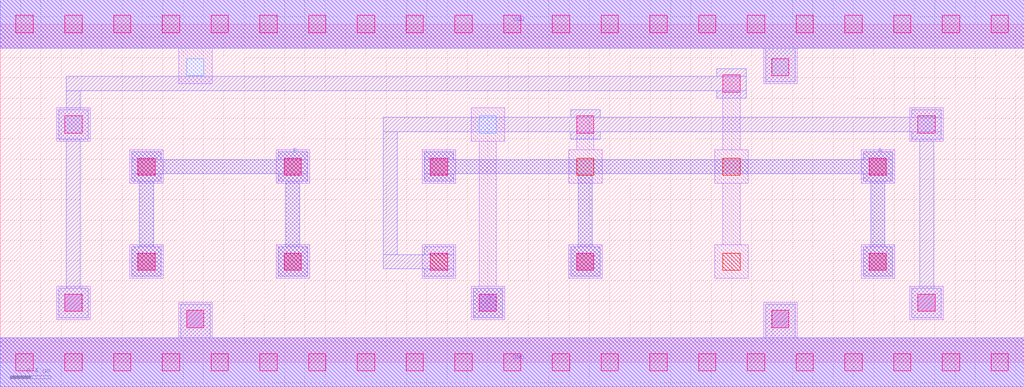
<source format=lef>
MACRO XNOR2X1
 CLASS CORE ;
 FOREIGN XNOR2X1 0 0 ;
 SIZE 10.08 BY 3.33 ;
 ORIGIN 0 0 ;
 SYMMETRY X Y R90 ;
 SITE unit ;
  PIN VDD
   DIRECTION INOUT ;
   USE POWER ;
   SHAPE ABUTMENT ;
    PORT
     CLASS CORE ;
       LAYER li1 ;
        RECT 0.00000000 3.09000000 10.08000000 3.57000000 ;
       LAYER met1 ;
        RECT 0.00000000 3.09000000 10.08000000 3.57000000 ;
    END
  END VDD

  PIN GND
   DIRECTION INOUT ;
   USE POWER ;
   SHAPE ABUTMENT ;
    PORT
     CLASS CORE ;
       LAYER li1 ;
        RECT 0.00000000 -0.24000000 10.08000000 0.24000000 ;
       LAYER met1 ;
        RECT 0.00000000 -0.24000000 10.08000000 0.24000000 ;
    END
  END GND

  PIN Y
   DIRECTION INOUT ;
   USE SIGNAL ;
   SHAPE ABUTMENT ;
    PORT
     CLASS CORE ;
       LAYER met1 ;
        RECT 4.65500000 0.44000000 4.94500000 0.73000000 ;
    END
  END Y

  PIN B
   DIRECTION INOUT ;
   USE SIGNAL ;
   SHAPE ABUTMENT ;
    PORT
     CLASS CORE ;
       LAYER met1 ;
        RECT 1.29500000 0.84500000 1.58500000 1.13500000 ;
        RECT 2.73500000 0.84500000 3.02500000 1.13500000 ;
        RECT 1.37000000 1.13500000 1.51000000 1.78000000 ;
        RECT 2.81000000 1.13500000 2.95000000 1.78000000 ;
        RECT 1.29500000 1.78000000 1.58500000 1.85500000 ;
        RECT 2.73500000 1.78000000 3.02500000 1.85500000 ;
        RECT 1.29500000 1.85500000 3.02500000 1.99500000 ;
        RECT 1.29500000 1.99500000 1.58500000 2.07000000 ;
        RECT 2.73500000 1.99500000 3.02500000 2.07000000 ;
    END
  END B

  PIN A
   DIRECTION INOUT ;
   USE SIGNAL ;
   SHAPE ABUTMENT ;
    PORT
     CLASS CORE ;
       LAYER met1 ;
        RECT 5.61500000 0.84500000 5.90500000 1.13500000 ;
        RECT 8.49500000 0.84500000 8.78500000 1.13500000 ;
        RECT 8.57000000 1.13500000 8.71000000 1.78000000 ;
        RECT 4.17500000 1.78000000 4.46500000 1.85500000 ;
        RECT 5.69000000 1.13500000 5.83000000 1.85500000 ;
        RECT 8.49500000 1.78000000 8.78500000 1.85500000 ;
        RECT 4.17500000 1.85500000 8.78500000 1.99500000 ;
        RECT 4.17500000 1.99500000 4.46500000 2.07000000 ;
        RECT 8.49500000 1.99500000 8.78500000 2.07000000 ;
    END
  END A

 OBS
    LAYER polycont ;
     RECT 1.35500000 0.90500000 1.52500000 1.07500000 ;
     RECT 2.79500000 0.90500000 2.96500000 1.07500000 ;
     RECT 4.23500000 0.90500000 4.40500000 1.07500000 ;
     RECT 5.67500000 0.90500000 5.84500000 1.07500000 ;
     RECT 7.11500000 0.90500000 7.28500000 1.07500000 ;
     RECT 8.55500000 0.90500000 8.72500000 1.07500000 ;
     RECT 1.35500000 1.84000000 1.52500000 2.01000000 ;
     RECT 2.79500000 1.84000000 2.96500000 2.01000000 ;
     RECT 4.23500000 1.84000000 4.40500000 2.01000000 ;
     RECT 5.67500000 1.84000000 5.84500000 2.01000000 ;
     RECT 7.11500000 1.84000000 7.28500000 2.01000000 ;
     RECT 8.55500000 1.84000000 8.72500000 2.01000000 ;

    LAYER pdiffc ;
     RECT 0.63500000 2.25500000 0.80500000 2.42500000 ;
     RECT 4.71500000 2.25500000 4.88500000 2.42500000 ;
     RECT 9.03500000 2.25500000 9.20500000 2.42500000 ;
     RECT 1.83500000 2.82000000 2.00500000 2.99000000 ;
     RECT 7.59500000 2.82000000 7.76500000 2.99000000 ;

    LAYER ndiffc ;
     RECT 1.83500000 0.34000000 2.00500000 0.51000000 ;
     RECT 7.59500000 0.34000000 7.76500000 0.51000000 ;
     RECT 0.63500000 0.50000000 0.80500000 0.67000000 ;
     RECT 4.71500000 0.50000000 4.88500000 0.67000000 ;
     RECT 9.03500000 0.50000000 9.20500000 0.67000000 ;

    LAYER li1 ;
     RECT 0.00000000 -0.24000000 10.08000000 0.24000000 ;
     RECT 1.75500000 0.24000000 2.08500000 0.59000000 ;
     RECT 7.51500000 0.24000000 7.84500000 0.59000000 ;
     RECT 0.55500000 0.42000000 0.88500000 0.75000000 ;
     RECT 8.95500000 0.42000000 9.28500000 0.75000000 ;
     RECT 1.27500000 0.82500000 1.60500000 1.15500000 ;
     RECT 2.71500000 0.82500000 3.04500000 1.15500000 ;
     RECT 4.15500000 0.82500000 4.48500000 1.15500000 ;
     RECT 5.59500000 0.82500000 5.92500000 1.15500000 ;
     RECT 8.47500000 0.82500000 8.80500000 1.15500000 ;
     RECT 1.27500000 1.76000000 1.60500000 2.09000000 ;
     RECT 2.71500000 1.76000000 3.04500000 2.09000000 ;
     RECT 4.15500000 1.76000000 4.48500000 2.09000000 ;
     RECT 8.47500000 1.76000000 8.80500000 2.09000000 ;
     RECT 5.59500000 1.76000000 5.92500000 2.09000000 ;
     RECT 5.67500000 2.09000000 5.84500000 2.42500000 ;
     RECT 0.55500000 2.17500000 0.88500000 2.50500000 ;
     RECT 4.63500000 0.42000000 4.96500000 0.75000000 ;
     RECT 4.71500000 0.75000000 4.88500000 2.17500000 ;
     RECT 4.63500000 2.17500000 4.96500000 2.50500000 ;
     RECT 8.95500000 2.17500000 9.28500000 2.50500000 ;
     RECT 7.03500000 0.82500000 7.36500000 1.15500000 ;
     RECT 7.11500000 1.15500000 7.28500000 1.76000000 ;
     RECT 7.03500000 1.76000000 7.36500000 2.09000000 ;
     RECT 7.11500000 2.09000000 7.28500000 2.83000000 ;
     RECT 1.75500000 2.74000000 2.08500000 3.09000000 ;
     RECT 7.51500000 2.74000000 7.84500000 3.09000000 ;
     RECT 0.00000000 3.09000000 10.08000000 3.57000000 ;

    LAYER viali ;
     RECT 0.15500000 -0.08500000 0.32500000 0.08500000 ;
     RECT 0.63500000 -0.08500000 0.80500000 0.08500000 ;
     RECT 1.11500000 -0.08500000 1.28500000 0.08500000 ;
     RECT 1.59500000 -0.08500000 1.76500000 0.08500000 ;
     RECT 2.07500000 -0.08500000 2.24500000 0.08500000 ;
     RECT 2.55500000 -0.08500000 2.72500000 0.08500000 ;
     RECT 3.03500000 -0.08500000 3.20500000 0.08500000 ;
     RECT 3.51500000 -0.08500000 3.68500000 0.08500000 ;
     RECT 3.99500000 -0.08500000 4.16500000 0.08500000 ;
     RECT 4.47500000 -0.08500000 4.64500000 0.08500000 ;
     RECT 4.95500000 -0.08500000 5.12500000 0.08500000 ;
     RECT 5.43500000 -0.08500000 5.60500000 0.08500000 ;
     RECT 5.91500000 -0.08500000 6.08500000 0.08500000 ;
     RECT 6.39500000 -0.08500000 6.56500000 0.08500000 ;
     RECT 6.87500000 -0.08500000 7.04500000 0.08500000 ;
     RECT 7.35500000 -0.08500000 7.52500000 0.08500000 ;
     RECT 7.83500000 -0.08500000 8.00500000 0.08500000 ;
     RECT 8.31500000 -0.08500000 8.48500000 0.08500000 ;
     RECT 8.79500000 -0.08500000 8.96500000 0.08500000 ;
     RECT 9.27500000 -0.08500000 9.44500000 0.08500000 ;
     RECT 9.75500000 -0.08500000 9.92500000 0.08500000 ;
     RECT 1.83500000 0.34000000 2.00500000 0.51000000 ;
     RECT 7.59500000 0.34000000 7.76500000 0.51000000 ;
     RECT 0.63500000 0.50000000 0.80500000 0.67000000 ;
     RECT 4.71500000 0.50000000 4.88500000 0.67000000 ;
     RECT 9.03500000 0.50000000 9.20500000 0.67000000 ;
     RECT 1.35500000 0.90500000 1.52500000 1.07500000 ;
     RECT 2.79500000 0.90500000 2.96500000 1.07500000 ;
     RECT 4.23500000 0.90500000 4.40500000 1.07500000 ;
     RECT 5.67500000 0.90500000 5.84500000 1.07500000 ;
     RECT 8.55500000 0.90500000 8.72500000 1.07500000 ;
     RECT 1.35500000 1.84000000 1.52500000 2.01000000 ;
     RECT 2.79500000 1.84000000 2.96500000 2.01000000 ;
     RECT 4.23500000 1.84000000 4.40500000 2.01000000 ;
     RECT 8.55500000 1.84000000 8.72500000 2.01000000 ;
     RECT 0.63500000 2.25500000 0.80500000 2.42500000 ;
     RECT 5.67500000 2.25500000 5.84500000 2.42500000 ;
     RECT 9.03500000 2.25500000 9.20500000 2.42500000 ;
     RECT 7.11500000 2.66000000 7.28500000 2.83000000 ;
     RECT 7.59500000 2.82000000 7.76500000 2.99000000 ;
     RECT 0.15500000 3.24500000 0.32500000 3.41500000 ;
     RECT 0.63500000 3.24500000 0.80500000 3.41500000 ;
     RECT 1.11500000 3.24500000 1.28500000 3.41500000 ;
     RECT 1.59500000 3.24500000 1.76500000 3.41500000 ;
     RECT 2.07500000 3.24500000 2.24500000 3.41500000 ;
     RECT 2.55500000 3.24500000 2.72500000 3.41500000 ;
     RECT 3.03500000 3.24500000 3.20500000 3.41500000 ;
     RECT 3.51500000 3.24500000 3.68500000 3.41500000 ;
     RECT 3.99500000 3.24500000 4.16500000 3.41500000 ;
     RECT 4.47500000 3.24500000 4.64500000 3.41500000 ;
     RECT 4.95500000 3.24500000 5.12500000 3.41500000 ;
     RECT 5.43500000 3.24500000 5.60500000 3.41500000 ;
     RECT 5.91500000 3.24500000 6.08500000 3.41500000 ;
     RECT 6.39500000 3.24500000 6.56500000 3.41500000 ;
     RECT 6.87500000 3.24500000 7.04500000 3.41500000 ;
     RECT 7.35500000 3.24500000 7.52500000 3.41500000 ;
     RECT 7.83500000 3.24500000 8.00500000 3.41500000 ;
     RECT 8.31500000 3.24500000 8.48500000 3.41500000 ;
     RECT 8.79500000 3.24500000 8.96500000 3.41500000 ;
     RECT 9.27500000 3.24500000 9.44500000 3.41500000 ;
     RECT 9.75500000 3.24500000 9.92500000 3.41500000 ;

    LAYER met1 ;
     RECT 0.00000000 -0.24000000 10.08000000 0.24000000 ;
     RECT 1.77500000 0.24000000 2.06500000 0.57000000 ;
     RECT 7.53500000 0.24000000 7.82500000 0.57000000 ;
     RECT 4.65500000 0.44000000 4.94500000 0.73000000 ;
     RECT 1.29500000 0.84500000 1.58500000 1.13500000 ;
     RECT 2.73500000 0.84500000 3.02500000 1.13500000 ;
     RECT 1.37000000 1.13500000 1.51000000 1.78000000 ;
     RECT 2.81000000 1.13500000 2.95000000 1.78000000 ;
     RECT 1.29500000 1.78000000 1.58500000 1.85500000 ;
     RECT 2.73500000 1.78000000 3.02500000 1.85500000 ;
     RECT 1.29500000 1.85500000 3.02500000 1.99500000 ;
     RECT 1.29500000 1.99500000 1.58500000 2.07000000 ;
     RECT 2.73500000 1.99500000 3.02500000 2.07000000 ;
     RECT 5.61500000 0.84500000 5.90500000 1.13500000 ;
     RECT 8.49500000 0.84500000 8.78500000 1.13500000 ;
     RECT 8.57000000 1.13500000 8.71000000 1.78000000 ;
     RECT 4.17500000 1.78000000 4.46500000 1.85500000 ;
     RECT 5.69000000 1.13500000 5.83000000 1.85500000 ;
     RECT 8.49500000 1.78000000 8.78500000 1.85500000 ;
     RECT 4.17500000 1.85500000 8.78500000 1.99500000 ;
     RECT 4.17500000 1.99500000 4.46500000 2.07000000 ;
     RECT 8.49500000 1.99500000 8.78500000 2.07000000 ;
     RECT 8.97500000 0.44000000 9.26500000 0.73000000 ;
     RECT 4.17500000 0.84500000 4.46500000 0.92000000 ;
     RECT 3.77000000 0.92000000 4.46500000 1.06000000 ;
     RECT 4.17500000 1.06000000 4.46500000 1.13500000 ;
     RECT 9.05000000 0.73000000 9.19000000 2.19500000 ;
     RECT 3.77000000 1.06000000 3.91000000 2.27000000 ;
     RECT 5.61500000 2.19500000 5.90500000 2.27000000 ;
     RECT 8.97500000 2.19500000 9.26500000 2.27000000 ;
     RECT 3.77000000 2.27000000 9.26500000 2.41000000 ;
     RECT 5.61500000 2.41000000 5.90500000 2.48500000 ;
     RECT 8.97500000 2.41000000 9.26500000 2.48500000 ;
     RECT 0.57500000 0.44000000 0.86500000 0.73000000 ;
     RECT 0.65000000 0.73000000 0.79000000 2.19500000 ;
     RECT 0.57500000 2.19500000 0.86500000 2.48500000 ;
     RECT 0.65000000 2.48500000 0.79000000 2.67500000 ;
     RECT 7.05500000 2.60000000 7.34500000 2.67500000 ;
     RECT 0.65000000 2.67500000 7.34500000 2.81500000 ;
     RECT 7.05500000 2.81500000 7.34500000 2.89000000 ;
     RECT 7.53500000 2.76000000 7.82500000 3.09000000 ;
     RECT 0.00000000 3.09000000 10.08000000 3.57000000 ;

 END
END XNOR2X1

</source>
